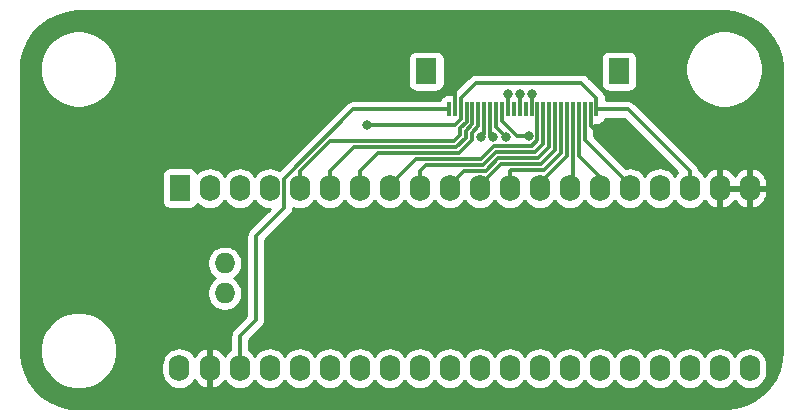
<source format=gbr>
G04 #@! TF.GenerationSoftware,KiCad,Pcbnew,5.1.5*
G04 #@! TF.CreationDate,2020-04-09T00:18:25+02:00*
G04 #@! TF.ProjectId,bluepill_control_board,626c7565-7069-46c6-9c5f-636f6e74726f,rev?*
G04 #@! TF.SameCoordinates,Original*
G04 #@! TF.FileFunction,Copper,L1,Top*
G04 #@! TF.FilePolarity,Positive*
%FSLAX46Y46*%
G04 Gerber Fmt 4.6, Leading zero omitted, Abs format (unit mm)*
G04 Created by KiCad (PCBNEW 5.1.5) date 2020-04-09 00:18:25*
%MOMM*%
%LPD*%
G04 APERTURE LIST*
%ADD10R,0.300000X1.300000*%
%ADD11R,1.800000X2.200000*%
%ADD12R,1.727200X2.250000*%
%ADD13O,1.727200X2.250000*%
%ADD14O,1.727200X1.727200*%
%ADD15C,0.800000*%
%ADD16C,0.300000*%
%ADD17C,0.254000*%
G04 APERTURE END LIST*
D10*
X215365000Y-119071000D03*
X215865000Y-119071000D03*
X216365000Y-119071000D03*
X216865000Y-119071000D03*
X217365000Y-119071000D03*
X217865000Y-119071000D03*
X218365000Y-119071000D03*
X218865000Y-119071000D03*
X219365000Y-119071000D03*
X219865000Y-119071000D03*
X220365000Y-119071000D03*
X220865000Y-119071000D03*
X221365000Y-119071000D03*
X221865000Y-119071000D03*
X222365000Y-119071000D03*
X222865000Y-119071000D03*
X223365000Y-119071000D03*
X223865000Y-119071000D03*
X224365000Y-119071000D03*
X224865000Y-119071000D03*
X225365000Y-119071000D03*
X225865000Y-119071000D03*
X226365000Y-119071000D03*
X226865000Y-119071000D03*
X227365000Y-119071000D03*
X227865000Y-119071000D03*
D11*
X229765000Y-115821000D03*
X213465000Y-115821000D03*
D12*
X192579600Y-125732400D03*
D13*
X195119600Y-125732400D03*
X197659600Y-125732400D03*
X200199600Y-125732400D03*
X202739600Y-125732400D03*
X205279600Y-125732400D03*
X207819600Y-125732400D03*
X210359600Y-125732400D03*
X212899600Y-125732400D03*
X215439600Y-125732400D03*
X217979600Y-125732400D03*
X220519600Y-125732400D03*
X223059600Y-125732400D03*
X225599600Y-125732400D03*
X228139600Y-125732400D03*
X230679600Y-125732400D03*
X233219600Y-125732400D03*
X235759600Y-125732400D03*
X238299600Y-125732400D03*
X240839600Y-125732400D03*
X240839600Y-140972400D03*
X238299600Y-140972400D03*
X235759600Y-140972400D03*
X233219600Y-140972400D03*
X230679600Y-140972400D03*
X228139600Y-140972400D03*
X225599600Y-140972400D03*
X223059600Y-140972400D03*
X220519600Y-140972400D03*
X217979600Y-140972400D03*
X215439600Y-140972400D03*
X212899600Y-140972400D03*
X210359600Y-140972400D03*
X207819600Y-140972400D03*
X205279600Y-140972400D03*
X202739600Y-140972400D03*
X200199600Y-140972400D03*
X197659600Y-140972400D03*
X195119600Y-140972400D03*
X192528800Y-140972400D03*
D14*
X196389600Y-134632400D03*
X196389600Y-132092400D03*
D15*
X215900000Y-116078000D03*
X229235000Y-122301000D03*
X208407000Y-120396000D03*
X218059000Y-121424000D03*
X219075000Y-121412000D03*
X220206669Y-121423331D03*
X222114990Y-121332169D03*
X220360997Y-117729000D03*
X221361000Y-117729000D03*
X222377000Y-117729000D03*
D16*
X201413210Y-124926670D02*
X201413210Y-127389790D01*
X215365000Y-119071000D02*
X207268880Y-119071000D01*
X207268880Y-119071000D02*
X201413210Y-124926670D01*
X201413210Y-127389790D02*
X199009000Y-129794000D01*
X199009000Y-129794000D02*
X199009000Y-136906000D01*
X197659600Y-138255400D02*
X197659600Y-140972400D01*
X199009000Y-136906000D02*
X197659600Y-138255400D01*
X215865000Y-119071000D02*
X215865000Y-116113000D01*
X215865000Y-116113000D02*
X215900000Y-116078000D01*
X227365000Y-119071000D02*
X227365000Y-120431000D01*
X227365000Y-120431000D02*
X229235000Y-122301000D01*
X216365000Y-118121000D02*
X217646000Y-116840000D01*
X216365000Y-119071000D02*
X216365000Y-118121000D01*
X227865000Y-118121000D02*
X227865000Y-119071000D01*
X226584000Y-116840000D02*
X227865000Y-118121000D01*
X217646000Y-116840000D02*
X226584000Y-116840000D01*
X228315000Y-119071000D02*
X227865000Y-119071000D01*
X230523200Y-119071000D02*
X228315000Y-119071000D01*
X235759600Y-124307400D02*
X230523200Y-119071000D01*
X235759600Y-125732400D02*
X235759600Y-124307400D01*
X216365000Y-119071000D02*
X216365000Y-119886638D01*
X216365000Y-119886638D02*
X215855638Y-120396000D01*
X215855638Y-120396000D02*
X208407000Y-120396000D01*
X216865000Y-120093758D02*
X216308979Y-120649779D01*
X216865000Y-119071000D02*
X216865000Y-120093758D01*
X216308979Y-120649779D02*
X216308979Y-121239781D01*
X202739600Y-124307400D02*
X202739600Y-125732400D01*
X202739600Y-124307400D02*
X205343950Y-121703050D01*
X202739600Y-124307400D02*
X205289660Y-121757340D01*
X215791420Y-121757340D02*
X216308979Y-121239781D01*
X205289660Y-121757340D02*
X215791420Y-121757340D01*
X217365000Y-120300878D02*
X216808989Y-120856889D01*
X217365000Y-119071000D02*
X217365000Y-120300878D01*
X216808989Y-120856889D02*
X216808989Y-121446891D01*
X215998530Y-122257350D02*
X208323650Y-122257350D01*
X216808989Y-121446891D02*
X215998530Y-122257350D01*
X205279600Y-124307400D02*
X205279600Y-125732400D01*
X207329650Y-122257350D02*
X205279600Y-124307400D01*
X208323650Y-122257350D02*
X207329650Y-122257350D01*
X207819600Y-124307400D02*
X207819600Y-125732400D01*
X217865000Y-119071000D02*
X217865000Y-120507998D01*
X217308999Y-121063999D02*
X217865000Y-120507998D01*
X217308999Y-121654001D02*
X217308999Y-121063999D01*
X216205640Y-122757360D02*
X217308999Y-121654001D01*
X207819600Y-124307400D02*
X209369640Y-122757360D01*
X209369640Y-122757360D02*
X216205640Y-122757360D01*
X218365000Y-119071000D02*
X218365000Y-121118000D01*
X218365000Y-121118000D02*
X218059000Y-121424000D01*
X218865000Y-119071000D02*
X218865000Y-121202000D01*
X218865000Y-121202000D02*
X219075000Y-121412000D01*
X219365000Y-120581662D02*
X219365000Y-119071000D01*
X220206669Y-121423331D02*
X219365000Y-120581662D01*
X221176169Y-121332169D02*
X222114990Y-121332169D01*
X219865000Y-119071000D02*
X219865000Y-120021000D01*
X219865000Y-120021000D02*
X221176169Y-121332169D01*
X220365000Y-119071000D02*
X220365000Y-117733003D01*
X220365000Y-117733003D02*
X220360997Y-117729000D01*
X221365000Y-119071000D02*
X221365000Y-117733000D01*
X221365000Y-117733000D02*
X221361000Y-117729000D01*
X222365000Y-119071000D02*
X222365000Y-117741000D01*
X222365000Y-117741000D02*
X222377000Y-117729000D01*
X222865000Y-120021000D02*
X222865000Y-119071000D01*
X222864990Y-120140990D02*
X222865000Y-120140980D01*
X210359600Y-125732400D02*
X210359600Y-125471000D01*
X222864990Y-121686010D02*
X222864990Y-120140990D01*
X222377000Y-122174000D02*
X222864990Y-121686010D01*
X210359600Y-125471000D02*
X212573230Y-123257370D01*
X218071870Y-123257370D02*
X219155240Y-122174000D01*
X222865000Y-120140980D02*
X222865000Y-120021000D01*
X212573230Y-123257370D02*
X218071870Y-123257370D01*
X219155240Y-122174000D02*
X222377000Y-122174000D01*
X223365000Y-122002880D02*
X223365000Y-119071000D01*
X222685880Y-122682000D02*
X223365000Y-122002880D01*
X212899600Y-124307400D02*
X213449620Y-123757380D01*
X212899600Y-125732400D02*
X212899600Y-124307400D01*
X213449620Y-123757380D02*
X218278980Y-123757380D01*
X218278980Y-123757380D02*
X219354360Y-122682000D01*
X219354360Y-122682000D02*
X222685880Y-122682000D01*
X222885000Y-123190000D02*
X223865000Y-122210000D01*
X215439600Y-125732400D02*
X215439600Y-125471000D01*
X215439600Y-125471000D02*
X216653210Y-124257390D01*
X216653210Y-124257390D02*
X218486090Y-124257390D01*
X218486090Y-124257390D02*
X219553480Y-123190000D01*
X223865000Y-122210000D02*
X223865000Y-119071000D01*
X219553480Y-123190000D02*
X222885000Y-123190000D01*
X217979600Y-125471000D02*
X217979600Y-125732400D01*
X223193880Y-123698000D02*
X219752600Y-123698000D01*
X219752600Y-123698000D02*
X217979600Y-125471000D01*
X224365000Y-122526880D02*
X223193880Y-123698000D01*
X224365000Y-119071000D02*
X224365000Y-122526880D01*
X224865000Y-122734000D02*
X224865000Y-119071000D01*
X223393000Y-124206000D02*
X224865000Y-122734000D01*
X220621000Y-124206000D02*
X223393000Y-124206000D01*
X220519600Y-125732400D02*
X220519600Y-124307400D01*
X220519600Y-124307400D02*
X220621000Y-124206000D01*
X223059600Y-125301400D02*
X223059600Y-125732400D01*
X225365000Y-119071000D02*
X225365000Y-122996000D01*
X225365000Y-122996000D02*
X223059600Y-125301400D01*
X225865000Y-125467000D02*
X225599600Y-125732400D01*
X225865000Y-119071000D02*
X225865000Y-125467000D01*
X226365000Y-120021000D02*
X226365000Y-119071000D01*
X226365000Y-122987000D02*
X226365000Y-120021000D01*
X228139600Y-125732400D02*
X228139600Y-124761600D01*
X228139600Y-124761600D02*
X226365000Y-122987000D01*
X226865000Y-121656400D02*
X226865000Y-120021000D01*
X226865000Y-120021000D02*
X226865000Y-119071000D01*
X230679600Y-125471000D02*
X226865000Y-121656400D01*
X230679600Y-125732400D02*
X230679600Y-125471000D01*
D17*
G36*
X239477726Y-110841605D02*
G01*
X240281784Y-111050298D01*
X241039182Y-111391481D01*
X241728270Y-111855401D01*
X242329340Y-112428793D01*
X242825207Y-113095262D01*
X243201691Y-113835751D01*
X243448028Y-114629087D01*
X243559836Y-115472663D01*
X243565001Y-115691827D01*
X243565000Y-139447048D01*
X243492395Y-140302725D01*
X243283701Y-141106786D01*
X242942520Y-141864182D01*
X242478596Y-142553273D01*
X241905207Y-143154340D01*
X241238738Y-143650207D01*
X240498247Y-144026692D01*
X239704913Y-144273028D01*
X238861338Y-144384836D01*
X238642215Y-144390000D01*
X184052952Y-144390000D01*
X183197275Y-144317395D01*
X182393214Y-144108701D01*
X181635818Y-143767520D01*
X180946727Y-143303596D01*
X180345660Y-142730207D01*
X179849793Y-142063738D01*
X179473308Y-141323247D01*
X179226972Y-140529913D01*
X179115164Y-139686338D01*
X179110000Y-139467215D01*
X179110000Y-139151456D01*
X180738000Y-139151456D01*
X180738000Y-139798544D01*
X180864240Y-140433199D01*
X181111871Y-141031031D01*
X181471374Y-141569066D01*
X181928934Y-142026626D01*
X182466969Y-142386129D01*
X183064801Y-142633760D01*
X183699456Y-142760000D01*
X184346544Y-142760000D01*
X184981199Y-142633760D01*
X185579031Y-142386129D01*
X186117066Y-142026626D01*
X186574626Y-141569066D01*
X186934129Y-141031031D01*
X187097184Y-140637381D01*
X191030200Y-140637381D01*
X191030200Y-141307418D01*
X191051884Y-141527576D01*
X191137575Y-141810063D01*
X191276731Y-142070405D01*
X191464003Y-142298597D01*
X191692194Y-142485869D01*
X191952536Y-142625025D01*
X192235023Y-142710716D01*
X192528800Y-142739651D01*
X192822576Y-142710716D01*
X193105063Y-142625025D01*
X193365405Y-142485869D01*
X193593597Y-142298597D01*
X193780869Y-142070406D01*
X193824857Y-141988111D01*
X193944117Y-142171974D01*
X194149732Y-142383273D01*
X194392619Y-142550398D01*
X194663443Y-142666927D01*
X194760574Y-142688758D01*
X194992600Y-142567617D01*
X194992600Y-141099400D01*
X194972600Y-141099400D01*
X194972600Y-140845400D01*
X194992600Y-140845400D01*
X194992600Y-139377183D01*
X194760574Y-139256042D01*
X194663443Y-139277873D01*
X194392619Y-139394402D01*
X194149732Y-139561527D01*
X193944117Y-139772826D01*
X193824857Y-139956689D01*
X193780869Y-139874394D01*
X193593597Y-139646203D01*
X193365406Y-139458931D01*
X193105064Y-139319775D01*
X192822577Y-139234084D01*
X192528800Y-139205149D01*
X192235024Y-139234084D01*
X191952537Y-139319775D01*
X191692195Y-139458931D01*
X191464003Y-139646203D01*
X191276731Y-139874394D01*
X191137575Y-140134736D01*
X191051884Y-140417223D01*
X191030200Y-140637381D01*
X187097184Y-140637381D01*
X187181760Y-140433199D01*
X187308000Y-139798544D01*
X187308000Y-139151456D01*
X187181760Y-138516801D01*
X186934129Y-137918969D01*
X186574626Y-137380934D01*
X186117066Y-136923374D01*
X185579031Y-136563871D01*
X184981199Y-136316240D01*
X184346544Y-136190000D01*
X183699456Y-136190000D01*
X183064801Y-136316240D01*
X182466969Y-136563871D01*
X181928934Y-136923374D01*
X181471374Y-137380934D01*
X181111871Y-137918969D01*
X180864240Y-138516801D01*
X180738000Y-139151456D01*
X179110000Y-139151456D01*
X179110000Y-131944801D01*
X194891000Y-131944801D01*
X194891000Y-132239999D01*
X194948590Y-132529525D01*
X195061558Y-132802253D01*
X195225561Y-133047702D01*
X195434298Y-133256439D01*
X195592881Y-133362400D01*
X195434298Y-133468361D01*
X195225561Y-133677098D01*
X195061558Y-133922547D01*
X194948590Y-134195275D01*
X194891000Y-134484801D01*
X194891000Y-134779999D01*
X194948590Y-135069525D01*
X195061558Y-135342253D01*
X195225561Y-135587702D01*
X195434298Y-135796439D01*
X195679747Y-135960442D01*
X195952475Y-136073410D01*
X196242001Y-136131000D01*
X196537199Y-136131000D01*
X196826725Y-136073410D01*
X197099453Y-135960442D01*
X197344902Y-135796439D01*
X197553639Y-135587702D01*
X197717642Y-135342253D01*
X197830610Y-135069525D01*
X197888200Y-134779999D01*
X197888200Y-134484801D01*
X197830610Y-134195275D01*
X197717642Y-133922547D01*
X197553639Y-133677098D01*
X197344902Y-133468361D01*
X197186319Y-133362400D01*
X197344902Y-133256439D01*
X197553639Y-133047702D01*
X197717642Y-132802253D01*
X197830610Y-132529525D01*
X197888200Y-132239999D01*
X197888200Y-131944801D01*
X197830610Y-131655275D01*
X197717642Y-131382547D01*
X197553639Y-131137098D01*
X197344902Y-130928361D01*
X197099453Y-130764358D01*
X196826725Y-130651390D01*
X196537199Y-130593800D01*
X196242001Y-130593800D01*
X195952475Y-130651390D01*
X195679747Y-130764358D01*
X195434298Y-130928361D01*
X195225561Y-131137098D01*
X195061558Y-131382547D01*
X194948590Y-131655275D01*
X194891000Y-131944801D01*
X179110000Y-131944801D01*
X179110000Y-124607400D01*
X191077928Y-124607400D01*
X191077928Y-126857400D01*
X191090188Y-126981882D01*
X191126498Y-127101580D01*
X191185463Y-127211894D01*
X191264815Y-127308585D01*
X191361506Y-127387937D01*
X191471820Y-127446902D01*
X191591518Y-127483212D01*
X191716000Y-127495472D01*
X193443200Y-127495472D01*
X193567682Y-127483212D01*
X193687380Y-127446902D01*
X193797694Y-127387937D01*
X193894385Y-127308585D01*
X193973737Y-127211894D01*
X194032702Y-127101580D01*
X194048186Y-127050535D01*
X194054803Y-127058597D01*
X194282995Y-127245869D01*
X194543337Y-127385025D01*
X194825824Y-127470716D01*
X195119600Y-127499651D01*
X195413377Y-127470716D01*
X195695864Y-127385025D01*
X195956206Y-127245869D01*
X196184397Y-127058597D01*
X196371669Y-126830406D01*
X196389600Y-126796860D01*
X196407531Y-126830406D01*
X196594803Y-127058597D01*
X196822995Y-127245869D01*
X197083337Y-127385025D01*
X197365824Y-127470716D01*
X197659600Y-127499651D01*
X197953377Y-127470716D01*
X198235864Y-127385025D01*
X198496206Y-127245869D01*
X198724397Y-127058597D01*
X198911669Y-126830406D01*
X198929600Y-126796860D01*
X198947531Y-126830406D01*
X199134803Y-127058597D01*
X199362995Y-127245869D01*
X199623337Y-127385025D01*
X199905824Y-127470716D01*
X200193766Y-127499076D01*
X198481190Y-129211653D01*
X198451236Y-129236236D01*
X198353138Y-129355768D01*
X198280246Y-129492141D01*
X198235359Y-129640114D01*
X198224000Y-129755440D01*
X198224000Y-129755447D01*
X198220203Y-129794000D01*
X198224000Y-129832553D01*
X198224001Y-136580842D01*
X197131790Y-137673053D01*
X197101836Y-137697636D01*
X197003738Y-137817168D01*
X196930846Y-137953541D01*
X196885959Y-138101514D01*
X196874600Y-138216840D01*
X196874600Y-138216847D01*
X196870803Y-138255400D01*
X196874600Y-138293953D01*
X196874600Y-139431347D01*
X196822995Y-139458931D01*
X196594803Y-139646203D01*
X196407531Y-139874394D01*
X196386493Y-139913753D01*
X196295083Y-139772826D01*
X196089468Y-139561527D01*
X195846581Y-139394402D01*
X195575757Y-139277873D01*
X195478626Y-139256042D01*
X195246600Y-139377183D01*
X195246600Y-140845400D01*
X195266600Y-140845400D01*
X195266600Y-141099400D01*
X195246600Y-141099400D01*
X195246600Y-142567617D01*
X195478626Y-142688758D01*
X195575757Y-142666927D01*
X195846581Y-142550398D01*
X196089468Y-142383273D01*
X196295083Y-142171974D01*
X196386494Y-142031047D01*
X196407531Y-142070405D01*
X196594803Y-142298597D01*
X196822994Y-142485869D01*
X197083336Y-142625025D01*
X197365823Y-142710716D01*
X197659600Y-142739651D01*
X197953376Y-142710716D01*
X198235863Y-142625025D01*
X198496205Y-142485869D01*
X198724397Y-142298597D01*
X198911669Y-142070406D01*
X198929600Y-142036859D01*
X198947531Y-142070405D01*
X199134803Y-142298597D01*
X199362994Y-142485869D01*
X199623336Y-142625025D01*
X199905823Y-142710716D01*
X200199600Y-142739651D01*
X200493376Y-142710716D01*
X200775863Y-142625025D01*
X201036205Y-142485869D01*
X201264397Y-142298597D01*
X201451669Y-142070406D01*
X201469600Y-142036859D01*
X201487531Y-142070405D01*
X201674803Y-142298597D01*
X201902994Y-142485869D01*
X202163336Y-142625025D01*
X202445823Y-142710716D01*
X202739600Y-142739651D01*
X203033376Y-142710716D01*
X203315863Y-142625025D01*
X203576205Y-142485869D01*
X203804397Y-142298597D01*
X203991669Y-142070406D01*
X204009600Y-142036859D01*
X204027531Y-142070405D01*
X204214803Y-142298597D01*
X204442994Y-142485869D01*
X204703336Y-142625025D01*
X204985823Y-142710716D01*
X205279600Y-142739651D01*
X205573376Y-142710716D01*
X205855863Y-142625025D01*
X206116205Y-142485869D01*
X206344397Y-142298597D01*
X206531669Y-142070406D01*
X206549600Y-142036859D01*
X206567531Y-142070405D01*
X206754803Y-142298597D01*
X206982994Y-142485869D01*
X207243336Y-142625025D01*
X207525823Y-142710716D01*
X207819600Y-142739651D01*
X208113376Y-142710716D01*
X208395863Y-142625025D01*
X208656205Y-142485869D01*
X208884397Y-142298597D01*
X209071669Y-142070406D01*
X209089600Y-142036859D01*
X209107531Y-142070405D01*
X209294803Y-142298597D01*
X209522994Y-142485869D01*
X209783336Y-142625025D01*
X210065823Y-142710716D01*
X210359600Y-142739651D01*
X210653376Y-142710716D01*
X210935863Y-142625025D01*
X211196205Y-142485869D01*
X211424397Y-142298597D01*
X211611669Y-142070406D01*
X211629600Y-142036859D01*
X211647531Y-142070405D01*
X211834803Y-142298597D01*
X212062994Y-142485869D01*
X212323336Y-142625025D01*
X212605823Y-142710716D01*
X212899600Y-142739651D01*
X213193376Y-142710716D01*
X213475863Y-142625025D01*
X213736205Y-142485869D01*
X213964397Y-142298597D01*
X214151669Y-142070406D01*
X214169600Y-142036859D01*
X214187531Y-142070405D01*
X214374803Y-142298597D01*
X214602994Y-142485869D01*
X214863336Y-142625025D01*
X215145823Y-142710716D01*
X215439600Y-142739651D01*
X215733376Y-142710716D01*
X216015863Y-142625025D01*
X216276205Y-142485869D01*
X216504397Y-142298597D01*
X216691669Y-142070406D01*
X216709600Y-142036859D01*
X216727531Y-142070405D01*
X216914803Y-142298597D01*
X217142994Y-142485869D01*
X217403336Y-142625025D01*
X217685823Y-142710716D01*
X217979600Y-142739651D01*
X218273376Y-142710716D01*
X218555863Y-142625025D01*
X218816205Y-142485869D01*
X219044397Y-142298597D01*
X219231669Y-142070406D01*
X219249600Y-142036859D01*
X219267531Y-142070405D01*
X219454803Y-142298597D01*
X219682994Y-142485869D01*
X219943336Y-142625025D01*
X220225823Y-142710716D01*
X220519600Y-142739651D01*
X220813376Y-142710716D01*
X221095863Y-142625025D01*
X221356205Y-142485869D01*
X221584397Y-142298597D01*
X221771669Y-142070406D01*
X221789600Y-142036859D01*
X221807531Y-142070405D01*
X221994803Y-142298597D01*
X222222994Y-142485869D01*
X222483336Y-142625025D01*
X222765823Y-142710716D01*
X223059600Y-142739651D01*
X223353376Y-142710716D01*
X223635863Y-142625025D01*
X223896205Y-142485869D01*
X224124397Y-142298597D01*
X224311669Y-142070406D01*
X224329600Y-142036859D01*
X224347531Y-142070405D01*
X224534803Y-142298597D01*
X224762994Y-142485869D01*
X225023336Y-142625025D01*
X225305823Y-142710716D01*
X225599600Y-142739651D01*
X225893376Y-142710716D01*
X226175863Y-142625025D01*
X226436205Y-142485869D01*
X226664397Y-142298597D01*
X226851669Y-142070406D01*
X226869600Y-142036859D01*
X226887531Y-142070405D01*
X227074803Y-142298597D01*
X227302994Y-142485869D01*
X227563336Y-142625025D01*
X227845823Y-142710716D01*
X228139600Y-142739651D01*
X228433376Y-142710716D01*
X228715863Y-142625025D01*
X228976205Y-142485869D01*
X229204397Y-142298597D01*
X229391669Y-142070406D01*
X229409600Y-142036859D01*
X229427531Y-142070405D01*
X229614803Y-142298597D01*
X229842994Y-142485869D01*
X230103336Y-142625025D01*
X230385823Y-142710716D01*
X230679600Y-142739651D01*
X230973376Y-142710716D01*
X231255863Y-142625025D01*
X231516205Y-142485869D01*
X231744397Y-142298597D01*
X231931669Y-142070406D01*
X231949600Y-142036859D01*
X231967531Y-142070405D01*
X232154803Y-142298597D01*
X232382994Y-142485869D01*
X232643336Y-142625025D01*
X232925823Y-142710716D01*
X233219600Y-142739651D01*
X233513376Y-142710716D01*
X233795863Y-142625025D01*
X234056205Y-142485869D01*
X234284397Y-142298597D01*
X234471669Y-142070406D01*
X234489600Y-142036859D01*
X234507531Y-142070405D01*
X234694803Y-142298597D01*
X234922994Y-142485869D01*
X235183336Y-142625025D01*
X235465823Y-142710716D01*
X235759600Y-142739651D01*
X236053376Y-142710716D01*
X236335863Y-142625025D01*
X236596205Y-142485869D01*
X236824397Y-142298597D01*
X237011669Y-142070406D01*
X237029600Y-142036859D01*
X237047531Y-142070405D01*
X237234803Y-142298597D01*
X237462994Y-142485869D01*
X237723336Y-142625025D01*
X238005823Y-142710716D01*
X238299600Y-142739651D01*
X238593376Y-142710716D01*
X238875863Y-142625025D01*
X239136205Y-142485869D01*
X239364397Y-142298597D01*
X239551669Y-142070406D01*
X239569600Y-142036859D01*
X239587531Y-142070405D01*
X239774803Y-142298597D01*
X240002994Y-142485869D01*
X240263336Y-142625025D01*
X240545823Y-142710716D01*
X240839600Y-142739651D01*
X241133376Y-142710716D01*
X241415863Y-142625025D01*
X241676205Y-142485869D01*
X241904397Y-142298597D01*
X242091669Y-142070406D01*
X242230825Y-141810064D01*
X242316516Y-141527577D01*
X242338200Y-141307419D01*
X242338200Y-140637382D01*
X242316516Y-140417224D01*
X242230825Y-140134736D01*
X242091669Y-139874394D01*
X241904397Y-139646203D01*
X241676206Y-139458931D01*
X241415864Y-139319775D01*
X241133377Y-139234084D01*
X240839600Y-139205149D01*
X240545824Y-139234084D01*
X240263337Y-139319775D01*
X240002995Y-139458931D01*
X239774803Y-139646203D01*
X239587531Y-139874394D01*
X239569600Y-139907940D01*
X239551669Y-139874394D01*
X239364397Y-139646203D01*
X239136206Y-139458931D01*
X238875864Y-139319775D01*
X238593377Y-139234084D01*
X238299600Y-139205149D01*
X238005824Y-139234084D01*
X237723337Y-139319775D01*
X237462995Y-139458931D01*
X237234803Y-139646203D01*
X237047531Y-139874394D01*
X237029600Y-139907940D01*
X237011669Y-139874394D01*
X236824397Y-139646203D01*
X236596206Y-139458931D01*
X236335864Y-139319775D01*
X236053377Y-139234084D01*
X235759600Y-139205149D01*
X235465824Y-139234084D01*
X235183337Y-139319775D01*
X234922995Y-139458931D01*
X234694803Y-139646203D01*
X234507531Y-139874394D01*
X234489600Y-139907940D01*
X234471669Y-139874394D01*
X234284397Y-139646203D01*
X234056206Y-139458931D01*
X233795864Y-139319775D01*
X233513377Y-139234084D01*
X233219600Y-139205149D01*
X232925824Y-139234084D01*
X232643337Y-139319775D01*
X232382995Y-139458931D01*
X232154803Y-139646203D01*
X231967531Y-139874394D01*
X231949600Y-139907940D01*
X231931669Y-139874394D01*
X231744397Y-139646203D01*
X231516206Y-139458931D01*
X231255864Y-139319775D01*
X230973377Y-139234084D01*
X230679600Y-139205149D01*
X230385824Y-139234084D01*
X230103337Y-139319775D01*
X229842995Y-139458931D01*
X229614803Y-139646203D01*
X229427531Y-139874394D01*
X229409600Y-139907940D01*
X229391669Y-139874394D01*
X229204397Y-139646203D01*
X228976206Y-139458931D01*
X228715864Y-139319775D01*
X228433377Y-139234084D01*
X228139600Y-139205149D01*
X227845824Y-139234084D01*
X227563337Y-139319775D01*
X227302995Y-139458931D01*
X227074803Y-139646203D01*
X226887531Y-139874394D01*
X226869600Y-139907940D01*
X226851669Y-139874394D01*
X226664397Y-139646203D01*
X226436206Y-139458931D01*
X226175864Y-139319775D01*
X225893377Y-139234084D01*
X225599600Y-139205149D01*
X225305824Y-139234084D01*
X225023337Y-139319775D01*
X224762995Y-139458931D01*
X224534803Y-139646203D01*
X224347531Y-139874394D01*
X224329600Y-139907940D01*
X224311669Y-139874394D01*
X224124397Y-139646203D01*
X223896206Y-139458931D01*
X223635864Y-139319775D01*
X223353377Y-139234084D01*
X223059600Y-139205149D01*
X222765824Y-139234084D01*
X222483337Y-139319775D01*
X222222995Y-139458931D01*
X221994803Y-139646203D01*
X221807531Y-139874394D01*
X221789600Y-139907940D01*
X221771669Y-139874394D01*
X221584397Y-139646203D01*
X221356206Y-139458931D01*
X221095864Y-139319775D01*
X220813377Y-139234084D01*
X220519600Y-139205149D01*
X220225824Y-139234084D01*
X219943337Y-139319775D01*
X219682995Y-139458931D01*
X219454803Y-139646203D01*
X219267531Y-139874394D01*
X219249600Y-139907940D01*
X219231669Y-139874394D01*
X219044397Y-139646203D01*
X218816206Y-139458931D01*
X218555864Y-139319775D01*
X218273377Y-139234084D01*
X217979600Y-139205149D01*
X217685824Y-139234084D01*
X217403337Y-139319775D01*
X217142995Y-139458931D01*
X216914803Y-139646203D01*
X216727531Y-139874394D01*
X216709600Y-139907940D01*
X216691669Y-139874394D01*
X216504397Y-139646203D01*
X216276206Y-139458931D01*
X216015864Y-139319775D01*
X215733377Y-139234084D01*
X215439600Y-139205149D01*
X215145824Y-139234084D01*
X214863337Y-139319775D01*
X214602995Y-139458931D01*
X214374803Y-139646203D01*
X214187531Y-139874394D01*
X214169600Y-139907940D01*
X214151669Y-139874394D01*
X213964397Y-139646203D01*
X213736206Y-139458931D01*
X213475864Y-139319775D01*
X213193377Y-139234084D01*
X212899600Y-139205149D01*
X212605824Y-139234084D01*
X212323337Y-139319775D01*
X212062995Y-139458931D01*
X211834803Y-139646203D01*
X211647531Y-139874394D01*
X211629600Y-139907940D01*
X211611669Y-139874394D01*
X211424397Y-139646203D01*
X211196206Y-139458931D01*
X210935864Y-139319775D01*
X210653377Y-139234084D01*
X210359600Y-139205149D01*
X210065824Y-139234084D01*
X209783337Y-139319775D01*
X209522995Y-139458931D01*
X209294803Y-139646203D01*
X209107531Y-139874394D01*
X209089600Y-139907940D01*
X209071669Y-139874394D01*
X208884397Y-139646203D01*
X208656206Y-139458931D01*
X208395864Y-139319775D01*
X208113377Y-139234084D01*
X207819600Y-139205149D01*
X207525824Y-139234084D01*
X207243337Y-139319775D01*
X206982995Y-139458931D01*
X206754803Y-139646203D01*
X206567531Y-139874394D01*
X206549600Y-139907940D01*
X206531669Y-139874394D01*
X206344397Y-139646203D01*
X206116206Y-139458931D01*
X205855864Y-139319775D01*
X205573377Y-139234084D01*
X205279600Y-139205149D01*
X204985824Y-139234084D01*
X204703337Y-139319775D01*
X204442995Y-139458931D01*
X204214803Y-139646203D01*
X204027531Y-139874394D01*
X204009600Y-139907940D01*
X203991669Y-139874394D01*
X203804397Y-139646203D01*
X203576206Y-139458931D01*
X203315864Y-139319775D01*
X203033377Y-139234084D01*
X202739600Y-139205149D01*
X202445824Y-139234084D01*
X202163337Y-139319775D01*
X201902995Y-139458931D01*
X201674803Y-139646203D01*
X201487531Y-139874394D01*
X201469600Y-139907940D01*
X201451669Y-139874394D01*
X201264397Y-139646203D01*
X201036206Y-139458931D01*
X200775864Y-139319775D01*
X200493377Y-139234084D01*
X200199600Y-139205149D01*
X199905824Y-139234084D01*
X199623337Y-139319775D01*
X199362995Y-139458931D01*
X199134803Y-139646203D01*
X198947531Y-139874394D01*
X198929600Y-139907940D01*
X198911669Y-139874394D01*
X198724397Y-139646203D01*
X198496206Y-139458931D01*
X198444600Y-139431347D01*
X198444600Y-138580557D01*
X199536810Y-137488347D01*
X199566764Y-137463764D01*
X199664862Y-137344233D01*
X199737754Y-137207860D01*
X199782642Y-137059887D01*
X199790020Y-136984974D01*
X199794000Y-136944561D01*
X199794000Y-136944556D01*
X199797797Y-136906000D01*
X199794000Y-136867444D01*
X199794000Y-130119157D01*
X201941026Y-127972132D01*
X201970974Y-127947554D01*
X202069072Y-127828023D01*
X202141964Y-127691650D01*
X202186851Y-127543677D01*
X202198210Y-127428351D01*
X202198210Y-127428344D01*
X202201341Y-127396553D01*
X202445824Y-127470716D01*
X202739600Y-127499651D01*
X203033377Y-127470716D01*
X203315864Y-127385025D01*
X203576206Y-127245869D01*
X203804397Y-127058597D01*
X203991669Y-126830406D01*
X204009600Y-126796860D01*
X204027531Y-126830406D01*
X204214803Y-127058597D01*
X204442995Y-127245869D01*
X204703337Y-127385025D01*
X204985824Y-127470716D01*
X205279600Y-127499651D01*
X205573377Y-127470716D01*
X205855864Y-127385025D01*
X206116206Y-127245869D01*
X206344397Y-127058597D01*
X206531669Y-126830406D01*
X206549600Y-126796860D01*
X206567531Y-126830406D01*
X206754803Y-127058597D01*
X206982995Y-127245869D01*
X207243337Y-127385025D01*
X207525824Y-127470716D01*
X207819600Y-127499651D01*
X208113377Y-127470716D01*
X208395864Y-127385025D01*
X208656206Y-127245869D01*
X208884397Y-127058597D01*
X209071669Y-126830406D01*
X209089600Y-126796860D01*
X209107531Y-126830406D01*
X209294803Y-127058597D01*
X209522995Y-127245869D01*
X209783337Y-127385025D01*
X210065824Y-127470716D01*
X210359600Y-127499651D01*
X210653377Y-127470716D01*
X210935864Y-127385025D01*
X211196206Y-127245869D01*
X211424397Y-127058597D01*
X211611669Y-126830406D01*
X211629600Y-126796860D01*
X211647531Y-126830406D01*
X211834803Y-127058597D01*
X212062995Y-127245869D01*
X212323337Y-127385025D01*
X212605824Y-127470716D01*
X212899600Y-127499651D01*
X213193377Y-127470716D01*
X213475864Y-127385025D01*
X213736206Y-127245869D01*
X213964397Y-127058597D01*
X214151669Y-126830406D01*
X214169600Y-126796860D01*
X214187531Y-126830406D01*
X214374803Y-127058597D01*
X214602995Y-127245869D01*
X214863337Y-127385025D01*
X215145824Y-127470716D01*
X215439600Y-127499651D01*
X215733377Y-127470716D01*
X216015864Y-127385025D01*
X216276206Y-127245869D01*
X216504397Y-127058597D01*
X216691669Y-126830406D01*
X216709600Y-126796860D01*
X216727531Y-126830406D01*
X216914803Y-127058597D01*
X217142995Y-127245869D01*
X217403337Y-127385025D01*
X217685824Y-127470716D01*
X217979600Y-127499651D01*
X218273377Y-127470716D01*
X218555864Y-127385025D01*
X218816206Y-127245869D01*
X219044397Y-127058597D01*
X219231669Y-126830406D01*
X219249600Y-126796860D01*
X219267531Y-126830406D01*
X219454803Y-127058597D01*
X219682995Y-127245869D01*
X219943337Y-127385025D01*
X220225824Y-127470716D01*
X220519600Y-127499651D01*
X220813377Y-127470716D01*
X221095864Y-127385025D01*
X221356206Y-127245869D01*
X221584397Y-127058597D01*
X221771669Y-126830406D01*
X221789600Y-126796860D01*
X221807531Y-126830406D01*
X221994803Y-127058597D01*
X222222995Y-127245869D01*
X222483337Y-127385025D01*
X222765824Y-127470716D01*
X223059600Y-127499651D01*
X223353377Y-127470716D01*
X223635864Y-127385025D01*
X223896206Y-127245869D01*
X224124397Y-127058597D01*
X224311669Y-126830406D01*
X224329600Y-126796860D01*
X224347531Y-126830406D01*
X224534803Y-127058597D01*
X224762995Y-127245869D01*
X225023337Y-127385025D01*
X225305824Y-127470716D01*
X225599600Y-127499651D01*
X225893377Y-127470716D01*
X226175864Y-127385025D01*
X226436206Y-127245869D01*
X226664397Y-127058597D01*
X226851669Y-126830406D01*
X226869600Y-126796860D01*
X226887531Y-126830406D01*
X227074803Y-127058597D01*
X227302995Y-127245869D01*
X227563337Y-127385025D01*
X227845824Y-127470716D01*
X228139600Y-127499651D01*
X228433377Y-127470716D01*
X228715864Y-127385025D01*
X228976206Y-127245869D01*
X229204397Y-127058597D01*
X229391669Y-126830406D01*
X229409600Y-126796860D01*
X229427531Y-126830406D01*
X229614803Y-127058597D01*
X229842995Y-127245869D01*
X230103337Y-127385025D01*
X230385824Y-127470716D01*
X230679600Y-127499651D01*
X230973377Y-127470716D01*
X231255864Y-127385025D01*
X231516206Y-127245869D01*
X231744397Y-127058597D01*
X231931669Y-126830406D01*
X231949600Y-126796860D01*
X231967531Y-126830406D01*
X232154803Y-127058597D01*
X232382995Y-127245869D01*
X232643337Y-127385025D01*
X232925824Y-127470716D01*
X233219600Y-127499651D01*
X233513377Y-127470716D01*
X233795864Y-127385025D01*
X234056206Y-127245869D01*
X234284397Y-127058597D01*
X234471669Y-126830406D01*
X234489600Y-126796860D01*
X234507531Y-126830406D01*
X234694803Y-127058597D01*
X234922995Y-127245869D01*
X235183337Y-127385025D01*
X235465824Y-127470716D01*
X235759600Y-127499651D01*
X236053377Y-127470716D01*
X236335864Y-127385025D01*
X236596206Y-127245869D01*
X236824397Y-127058597D01*
X237011669Y-126830406D01*
X237032707Y-126791047D01*
X237124117Y-126931974D01*
X237329732Y-127143273D01*
X237572619Y-127310398D01*
X237843443Y-127426927D01*
X237940574Y-127448758D01*
X238172600Y-127327617D01*
X238172600Y-125859400D01*
X238426600Y-125859400D01*
X238426600Y-127327617D01*
X238658626Y-127448758D01*
X238755757Y-127426927D01*
X239026581Y-127310398D01*
X239269468Y-127143273D01*
X239475083Y-126931974D01*
X239569600Y-126786258D01*
X239664117Y-126931974D01*
X239869732Y-127143273D01*
X240112619Y-127310398D01*
X240383443Y-127426927D01*
X240480574Y-127448758D01*
X240712600Y-127327617D01*
X240712600Y-125859400D01*
X240966600Y-125859400D01*
X240966600Y-127327617D01*
X241198626Y-127448758D01*
X241295757Y-127426927D01*
X241566581Y-127310398D01*
X241809468Y-127143273D01*
X242015083Y-126931974D01*
X242175525Y-126684622D01*
X242284628Y-126410722D01*
X242338200Y-126120800D01*
X242338200Y-125859400D01*
X240966600Y-125859400D01*
X240712600Y-125859400D01*
X238426600Y-125859400D01*
X238172600Y-125859400D01*
X238152600Y-125859400D01*
X238152600Y-125605400D01*
X238172600Y-125605400D01*
X238172600Y-124137183D01*
X238426600Y-124137183D01*
X238426600Y-125605400D01*
X240712600Y-125605400D01*
X240712600Y-124137183D01*
X240966600Y-124137183D01*
X240966600Y-125605400D01*
X242338200Y-125605400D01*
X242338200Y-125344000D01*
X242284628Y-125054078D01*
X242175525Y-124780178D01*
X242015083Y-124532826D01*
X241809468Y-124321527D01*
X241566581Y-124154402D01*
X241295757Y-124037873D01*
X241198626Y-124016042D01*
X240966600Y-124137183D01*
X240712600Y-124137183D01*
X240480574Y-124016042D01*
X240383443Y-124037873D01*
X240112619Y-124154402D01*
X239869732Y-124321527D01*
X239664117Y-124532826D01*
X239569600Y-124678542D01*
X239475083Y-124532826D01*
X239269468Y-124321527D01*
X239026581Y-124154402D01*
X238755757Y-124037873D01*
X238658626Y-124016042D01*
X238426600Y-124137183D01*
X238172600Y-124137183D01*
X237940574Y-124016042D01*
X237843443Y-124037873D01*
X237572619Y-124154402D01*
X237329732Y-124321527D01*
X237124117Y-124532826D01*
X237032707Y-124673753D01*
X237011669Y-124634394D01*
X236824397Y-124406203D01*
X236596205Y-124218931D01*
X236536544Y-124187041D01*
X236533242Y-124153513D01*
X236488354Y-124005540D01*
X236477976Y-123986124D01*
X236415462Y-123869167D01*
X236366050Y-123808959D01*
X236341945Y-123779587D01*
X236341942Y-123779584D01*
X236317364Y-123749636D01*
X236287416Y-123725058D01*
X231105547Y-118543190D01*
X231080964Y-118513236D01*
X230961433Y-118415138D01*
X230825060Y-118342246D01*
X230677087Y-118297359D01*
X230561761Y-118286000D01*
X230561753Y-118286000D01*
X230523200Y-118282203D01*
X230484647Y-118286000D01*
X228650000Y-118286000D01*
X228650000Y-118159556D01*
X228653797Y-118121000D01*
X228650000Y-118082440D01*
X228650000Y-118082439D01*
X228645314Y-118034859D01*
X228638642Y-117967113D01*
X228593754Y-117819140D01*
X228582088Y-117797315D01*
X228520862Y-117682767D01*
X228422764Y-117563236D01*
X228392811Y-117538654D01*
X227166347Y-116312190D01*
X227141764Y-116282236D01*
X227022233Y-116184138D01*
X226885860Y-116111246D01*
X226737887Y-116066359D01*
X226622561Y-116055000D01*
X226622553Y-116055000D01*
X226584000Y-116051203D01*
X226545447Y-116055000D01*
X217684556Y-116055000D01*
X217646000Y-116051203D01*
X217607444Y-116055000D01*
X217607439Y-116055000D01*
X217567026Y-116058980D01*
X217492113Y-116066358D01*
X217349688Y-116109563D01*
X217344140Y-116111246D01*
X217207767Y-116184138D01*
X217088236Y-116282236D01*
X217063653Y-116312190D01*
X215837185Y-117538658D01*
X215807237Y-117563236D01*
X215782659Y-117593184D01*
X215782655Y-117593188D01*
X215765870Y-117613641D01*
X215709139Y-117682767D01*
X215684427Y-117729000D01*
X215652133Y-117789419D01*
X215618465Y-117793118D01*
X215515000Y-117782928D01*
X215215000Y-117782928D01*
X215090518Y-117795188D01*
X214970820Y-117831498D01*
X214860506Y-117890463D01*
X214763815Y-117969815D01*
X214684463Y-118066506D01*
X214625498Y-118176820D01*
X214592379Y-118286000D01*
X207307435Y-118286000D01*
X207268880Y-118282203D01*
X207230324Y-118286000D01*
X207230319Y-118286000D01*
X207189906Y-118289980D01*
X207114993Y-118297358D01*
X206967020Y-118342246D01*
X206830647Y-118415138D01*
X206773846Y-118461754D01*
X206741067Y-118488655D01*
X206741064Y-118488658D01*
X206711116Y-118513236D01*
X206686538Y-118543184D01*
X201019644Y-124210079D01*
X200775863Y-124079775D01*
X200493376Y-123994084D01*
X200199600Y-123965149D01*
X199905823Y-123994084D01*
X199623336Y-124079775D01*
X199362994Y-124218931D01*
X199134803Y-124406203D01*
X198947531Y-124634395D01*
X198929600Y-124667941D01*
X198911669Y-124634394D01*
X198724397Y-124406203D01*
X198496205Y-124218931D01*
X198235863Y-124079775D01*
X197953376Y-123994084D01*
X197659600Y-123965149D01*
X197365823Y-123994084D01*
X197083336Y-124079775D01*
X196822994Y-124218931D01*
X196594803Y-124406203D01*
X196407531Y-124634395D01*
X196389600Y-124667941D01*
X196371669Y-124634394D01*
X196184397Y-124406203D01*
X195956205Y-124218931D01*
X195695863Y-124079775D01*
X195413376Y-123994084D01*
X195119600Y-123965149D01*
X194825823Y-123994084D01*
X194543336Y-124079775D01*
X194282994Y-124218931D01*
X194054803Y-124406203D01*
X194048186Y-124414265D01*
X194032702Y-124363220D01*
X193973737Y-124252906D01*
X193894385Y-124156215D01*
X193797694Y-124076863D01*
X193687380Y-124017898D01*
X193567682Y-123981588D01*
X193443200Y-123969328D01*
X191716000Y-123969328D01*
X191591518Y-123981588D01*
X191471820Y-124017898D01*
X191361506Y-124076863D01*
X191264815Y-124156215D01*
X191185463Y-124252906D01*
X191126498Y-124363220D01*
X191090188Y-124482918D01*
X191077928Y-124607400D01*
X179110000Y-124607400D01*
X179110000Y-115711952D01*
X179142709Y-115326456D01*
X180715000Y-115326456D01*
X180715000Y-115973544D01*
X180841240Y-116608199D01*
X181088871Y-117206031D01*
X181448374Y-117744066D01*
X181905934Y-118201626D01*
X182443969Y-118561129D01*
X183041801Y-118808760D01*
X183676456Y-118935000D01*
X184323544Y-118935000D01*
X184958199Y-118808760D01*
X185556031Y-118561129D01*
X186094066Y-118201626D01*
X186551626Y-117744066D01*
X186911129Y-117206031D01*
X187158760Y-116608199D01*
X187285000Y-115973544D01*
X187285000Y-115326456D01*
X187164569Y-114721000D01*
X211926928Y-114721000D01*
X211926928Y-116921000D01*
X211939188Y-117045482D01*
X211975498Y-117165180D01*
X212034463Y-117275494D01*
X212113815Y-117372185D01*
X212210506Y-117451537D01*
X212320820Y-117510502D01*
X212440518Y-117546812D01*
X212565000Y-117559072D01*
X214365000Y-117559072D01*
X214489482Y-117546812D01*
X214609180Y-117510502D01*
X214719494Y-117451537D01*
X214816185Y-117372185D01*
X214895537Y-117275494D01*
X214954502Y-117165180D01*
X214990812Y-117045482D01*
X215003072Y-116921000D01*
X215003072Y-114721000D01*
X228226928Y-114721000D01*
X228226928Y-116921000D01*
X228239188Y-117045482D01*
X228275498Y-117165180D01*
X228334463Y-117275494D01*
X228413815Y-117372185D01*
X228510506Y-117451537D01*
X228620820Y-117510502D01*
X228740518Y-117546812D01*
X228865000Y-117559072D01*
X230665000Y-117559072D01*
X230789482Y-117546812D01*
X230909180Y-117510502D01*
X231019494Y-117451537D01*
X231116185Y-117372185D01*
X231195537Y-117275494D01*
X231254502Y-117165180D01*
X231290812Y-117045482D01*
X231303072Y-116921000D01*
X231303072Y-115326456D01*
X235390000Y-115326456D01*
X235390000Y-115973544D01*
X235516240Y-116608199D01*
X235763871Y-117206031D01*
X236123374Y-117744066D01*
X236580934Y-118201626D01*
X237118969Y-118561129D01*
X237716801Y-118808760D01*
X238351456Y-118935000D01*
X238998544Y-118935000D01*
X239633199Y-118808760D01*
X240231031Y-118561129D01*
X240769066Y-118201626D01*
X241226626Y-117744066D01*
X241586129Y-117206031D01*
X241833760Y-116608199D01*
X241960000Y-115973544D01*
X241960000Y-115326456D01*
X241833760Y-114691801D01*
X241586129Y-114093969D01*
X241226626Y-113555934D01*
X240769066Y-113098374D01*
X240231031Y-112738871D01*
X239633199Y-112491240D01*
X238998544Y-112365000D01*
X238351456Y-112365000D01*
X237716801Y-112491240D01*
X237118969Y-112738871D01*
X236580934Y-113098374D01*
X236123374Y-113555934D01*
X235763871Y-114093969D01*
X235516240Y-114691801D01*
X235390000Y-115326456D01*
X231303072Y-115326456D01*
X231303072Y-114721000D01*
X231290812Y-114596518D01*
X231254502Y-114476820D01*
X231195537Y-114366506D01*
X231116185Y-114269815D01*
X231019494Y-114190463D01*
X230909180Y-114131498D01*
X230789482Y-114095188D01*
X230665000Y-114082928D01*
X228865000Y-114082928D01*
X228740518Y-114095188D01*
X228620820Y-114131498D01*
X228510506Y-114190463D01*
X228413815Y-114269815D01*
X228334463Y-114366506D01*
X228275498Y-114476820D01*
X228239188Y-114596518D01*
X228226928Y-114721000D01*
X215003072Y-114721000D01*
X214990812Y-114596518D01*
X214954502Y-114476820D01*
X214895537Y-114366506D01*
X214816185Y-114269815D01*
X214719494Y-114190463D01*
X214609180Y-114131498D01*
X214489482Y-114095188D01*
X214365000Y-114082928D01*
X212565000Y-114082928D01*
X212440518Y-114095188D01*
X212320820Y-114131498D01*
X212210506Y-114190463D01*
X212113815Y-114269815D01*
X212034463Y-114366506D01*
X211975498Y-114476820D01*
X211939188Y-114596518D01*
X211926928Y-114721000D01*
X187164569Y-114721000D01*
X187158760Y-114691801D01*
X186911129Y-114093969D01*
X186551626Y-113555934D01*
X186094066Y-113098374D01*
X185556031Y-112738871D01*
X184958199Y-112491240D01*
X184323544Y-112365000D01*
X183676456Y-112365000D01*
X183041801Y-112491240D01*
X182443969Y-112738871D01*
X181905934Y-113098374D01*
X181448374Y-113555934D01*
X181088871Y-114093969D01*
X180841240Y-114691801D01*
X180715000Y-115326456D01*
X179142709Y-115326456D01*
X179182605Y-114856274D01*
X179391298Y-114052216D01*
X179732481Y-113294818D01*
X180196401Y-112605730D01*
X180769793Y-112004660D01*
X181436262Y-111508793D01*
X182176751Y-111132309D01*
X182970087Y-110885972D01*
X183813663Y-110774164D01*
X184032785Y-110769000D01*
X238622048Y-110769000D01*
X239477726Y-110841605D01*
G37*
X239477726Y-110841605D02*
X240281784Y-111050298D01*
X241039182Y-111391481D01*
X241728270Y-111855401D01*
X242329340Y-112428793D01*
X242825207Y-113095262D01*
X243201691Y-113835751D01*
X243448028Y-114629087D01*
X243559836Y-115472663D01*
X243565001Y-115691827D01*
X243565000Y-139447048D01*
X243492395Y-140302725D01*
X243283701Y-141106786D01*
X242942520Y-141864182D01*
X242478596Y-142553273D01*
X241905207Y-143154340D01*
X241238738Y-143650207D01*
X240498247Y-144026692D01*
X239704913Y-144273028D01*
X238861338Y-144384836D01*
X238642215Y-144390000D01*
X184052952Y-144390000D01*
X183197275Y-144317395D01*
X182393214Y-144108701D01*
X181635818Y-143767520D01*
X180946727Y-143303596D01*
X180345660Y-142730207D01*
X179849793Y-142063738D01*
X179473308Y-141323247D01*
X179226972Y-140529913D01*
X179115164Y-139686338D01*
X179110000Y-139467215D01*
X179110000Y-139151456D01*
X180738000Y-139151456D01*
X180738000Y-139798544D01*
X180864240Y-140433199D01*
X181111871Y-141031031D01*
X181471374Y-141569066D01*
X181928934Y-142026626D01*
X182466969Y-142386129D01*
X183064801Y-142633760D01*
X183699456Y-142760000D01*
X184346544Y-142760000D01*
X184981199Y-142633760D01*
X185579031Y-142386129D01*
X186117066Y-142026626D01*
X186574626Y-141569066D01*
X186934129Y-141031031D01*
X187097184Y-140637381D01*
X191030200Y-140637381D01*
X191030200Y-141307418D01*
X191051884Y-141527576D01*
X191137575Y-141810063D01*
X191276731Y-142070405D01*
X191464003Y-142298597D01*
X191692194Y-142485869D01*
X191952536Y-142625025D01*
X192235023Y-142710716D01*
X192528800Y-142739651D01*
X192822576Y-142710716D01*
X193105063Y-142625025D01*
X193365405Y-142485869D01*
X193593597Y-142298597D01*
X193780869Y-142070406D01*
X193824857Y-141988111D01*
X193944117Y-142171974D01*
X194149732Y-142383273D01*
X194392619Y-142550398D01*
X194663443Y-142666927D01*
X194760574Y-142688758D01*
X194992600Y-142567617D01*
X194992600Y-141099400D01*
X194972600Y-141099400D01*
X194972600Y-140845400D01*
X194992600Y-140845400D01*
X194992600Y-139377183D01*
X194760574Y-139256042D01*
X194663443Y-139277873D01*
X194392619Y-139394402D01*
X194149732Y-139561527D01*
X193944117Y-139772826D01*
X193824857Y-139956689D01*
X193780869Y-139874394D01*
X193593597Y-139646203D01*
X193365406Y-139458931D01*
X193105064Y-139319775D01*
X192822577Y-139234084D01*
X192528800Y-139205149D01*
X192235024Y-139234084D01*
X191952537Y-139319775D01*
X191692195Y-139458931D01*
X191464003Y-139646203D01*
X191276731Y-139874394D01*
X191137575Y-140134736D01*
X191051884Y-140417223D01*
X191030200Y-140637381D01*
X187097184Y-140637381D01*
X187181760Y-140433199D01*
X187308000Y-139798544D01*
X187308000Y-139151456D01*
X187181760Y-138516801D01*
X186934129Y-137918969D01*
X186574626Y-137380934D01*
X186117066Y-136923374D01*
X185579031Y-136563871D01*
X184981199Y-136316240D01*
X184346544Y-136190000D01*
X183699456Y-136190000D01*
X183064801Y-136316240D01*
X182466969Y-136563871D01*
X181928934Y-136923374D01*
X181471374Y-137380934D01*
X181111871Y-137918969D01*
X180864240Y-138516801D01*
X180738000Y-139151456D01*
X179110000Y-139151456D01*
X179110000Y-131944801D01*
X194891000Y-131944801D01*
X194891000Y-132239999D01*
X194948590Y-132529525D01*
X195061558Y-132802253D01*
X195225561Y-133047702D01*
X195434298Y-133256439D01*
X195592881Y-133362400D01*
X195434298Y-133468361D01*
X195225561Y-133677098D01*
X195061558Y-133922547D01*
X194948590Y-134195275D01*
X194891000Y-134484801D01*
X194891000Y-134779999D01*
X194948590Y-135069525D01*
X195061558Y-135342253D01*
X195225561Y-135587702D01*
X195434298Y-135796439D01*
X195679747Y-135960442D01*
X195952475Y-136073410D01*
X196242001Y-136131000D01*
X196537199Y-136131000D01*
X196826725Y-136073410D01*
X197099453Y-135960442D01*
X197344902Y-135796439D01*
X197553639Y-135587702D01*
X197717642Y-135342253D01*
X197830610Y-135069525D01*
X197888200Y-134779999D01*
X197888200Y-134484801D01*
X197830610Y-134195275D01*
X197717642Y-133922547D01*
X197553639Y-133677098D01*
X197344902Y-133468361D01*
X197186319Y-133362400D01*
X197344902Y-133256439D01*
X197553639Y-133047702D01*
X197717642Y-132802253D01*
X197830610Y-132529525D01*
X197888200Y-132239999D01*
X197888200Y-131944801D01*
X197830610Y-131655275D01*
X197717642Y-131382547D01*
X197553639Y-131137098D01*
X197344902Y-130928361D01*
X197099453Y-130764358D01*
X196826725Y-130651390D01*
X196537199Y-130593800D01*
X196242001Y-130593800D01*
X195952475Y-130651390D01*
X195679747Y-130764358D01*
X195434298Y-130928361D01*
X195225561Y-131137098D01*
X195061558Y-131382547D01*
X194948590Y-131655275D01*
X194891000Y-131944801D01*
X179110000Y-131944801D01*
X179110000Y-124607400D01*
X191077928Y-124607400D01*
X191077928Y-126857400D01*
X191090188Y-126981882D01*
X191126498Y-127101580D01*
X191185463Y-127211894D01*
X191264815Y-127308585D01*
X191361506Y-127387937D01*
X191471820Y-127446902D01*
X191591518Y-127483212D01*
X191716000Y-127495472D01*
X193443200Y-127495472D01*
X193567682Y-127483212D01*
X193687380Y-127446902D01*
X193797694Y-127387937D01*
X193894385Y-127308585D01*
X193973737Y-127211894D01*
X194032702Y-127101580D01*
X194048186Y-127050535D01*
X194054803Y-127058597D01*
X194282995Y-127245869D01*
X194543337Y-127385025D01*
X194825824Y-127470716D01*
X195119600Y-127499651D01*
X195413377Y-127470716D01*
X195695864Y-127385025D01*
X195956206Y-127245869D01*
X196184397Y-127058597D01*
X196371669Y-126830406D01*
X196389600Y-126796860D01*
X196407531Y-126830406D01*
X196594803Y-127058597D01*
X196822995Y-127245869D01*
X197083337Y-127385025D01*
X197365824Y-127470716D01*
X197659600Y-127499651D01*
X197953377Y-127470716D01*
X198235864Y-127385025D01*
X198496206Y-127245869D01*
X198724397Y-127058597D01*
X198911669Y-126830406D01*
X198929600Y-126796860D01*
X198947531Y-126830406D01*
X199134803Y-127058597D01*
X199362995Y-127245869D01*
X199623337Y-127385025D01*
X199905824Y-127470716D01*
X200193766Y-127499076D01*
X198481190Y-129211653D01*
X198451236Y-129236236D01*
X198353138Y-129355768D01*
X198280246Y-129492141D01*
X198235359Y-129640114D01*
X198224000Y-129755440D01*
X198224000Y-129755447D01*
X198220203Y-129794000D01*
X198224000Y-129832553D01*
X198224001Y-136580842D01*
X197131790Y-137673053D01*
X197101836Y-137697636D01*
X197003738Y-137817168D01*
X196930846Y-137953541D01*
X196885959Y-138101514D01*
X196874600Y-138216840D01*
X196874600Y-138216847D01*
X196870803Y-138255400D01*
X196874600Y-138293953D01*
X196874600Y-139431347D01*
X196822995Y-139458931D01*
X196594803Y-139646203D01*
X196407531Y-139874394D01*
X196386493Y-139913753D01*
X196295083Y-139772826D01*
X196089468Y-139561527D01*
X195846581Y-139394402D01*
X195575757Y-139277873D01*
X195478626Y-139256042D01*
X195246600Y-139377183D01*
X195246600Y-140845400D01*
X195266600Y-140845400D01*
X195266600Y-141099400D01*
X195246600Y-141099400D01*
X195246600Y-142567617D01*
X195478626Y-142688758D01*
X195575757Y-142666927D01*
X195846581Y-142550398D01*
X196089468Y-142383273D01*
X196295083Y-142171974D01*
X196386494Y-142031047D01*
X196407531Y-142070405D01*
X196594803Y-142298597D01*
X196822994Y-142485869D01*
X197083336Y-142625025D01*
X197365823Y-142710716D01*
X197659600Y-142739651D01*
X197953376Y-142710716D01*
X198235863Y-142625025D01*
X198496205Y-142485869D01*
X198724397Y-142298597D01*
X198911669Y-142070406D01*
X198929600Y-142036859D01*
X198947531Y-142070405D01*
X199134803Y-142298597D01*
X199362994Y-142485869D01*
X199623336Y-142625025D01*
X199905823Y-142710716D01*
X200199600Y-142739651D01*
X200493376Y-142710716D01*
X200775863Y-142625025D01*
X201036205Y-142485869D01*
X201264397Y-142298597D01*
X201451669Y-142070406D01*
X201469600Y-142036859D01*
X201487531Y-142070405D01*
X201674803Y-142298597D01*
X201902994Y-142485869D01*
X202163336Y-142625025D01*
X202445823Y-142710716D01*
X202739600Y-142739651D01*
X203033376Y-142710716D01*
X203315863Y-142625025D01*
X203576205Y-142485869D01*
X203804397Y-142298597D01*
X203991669Y-142070406D01*
X204009600Y-142036859D01*
X204027531Y-142070405D01*
X204214803Y-142298597D01*
X204442994Y-142485869D01*
X204703336Y-142625025D01*
X204985823Y-142710716D01*
X205279600Y-142739651D01*
X205573376Y-142710716D01*
X205855863Y-142625025D01*
X206116205Y-142485869D01*
X206344397Y-142298597D01*
X206531669Y-142070406D01*
X206549600Y-142036859D01*
X206567531Y-142070405D01*
X206754803Y-142298597D01*
X206982994Y-142485869D01*
X207243336Y-142625025D01*
X207525823Y-142710716D01*
X207819600Y-142739651D01*
X208113376Y-142710716D01*
X208395863Y-142625025D01*
X208656205Y-142485869D01*
X208884397Y-142298597D01*
X209071669Y-142070406D01*
X209089600Y-142036859D01*
X209107531Y-142070405D01*
X209294803Y-142298597D01*
X209522994Y-142485869D01*
X209783336Y-142625025D01*
X210065823Y-142710716D01*
X210359600Y-142739651D01*
X210653376Y-142710716D01*
X210935863Y-142625025D01*
X211196205Y-142485869D01*
X211424397Y-142298597D01*
X211611669Y-142070406D01*
X211629600Y-142036859D01*
X211647531Y-142070405D01*
X211834803Y-142298597D01*
X212062994Y-142485869D01*
X212323336Y-142625025D01*
X212605823Y-142710716D01*
X212899600Y-142739651D01*
X213193376Y-142710716D01*
X213475863Y-142625025D01*
X213736205Y-142485869D01*
X213964397Y-142298597D01*
X214151669Y-142070406D01*
X214169600Y-142036859D01*
X214187531Y-142070405D01*
X214374803Y-142298597D01*
X214602994Y-142485869D01*
X214863336Y-142625025D01*
X215145823Y-142710716D01*
X215439600Y-142739651D01*
X215733376Y-142710716D01*
X216015863Y-142625025D01*
X216276205Y-142485869D01*
X216504397Y-142298597D01*
X216691669Y-142070406D01*
X216709600Y-142036859D01*
X216727531Y-142070405D01*
X216914803Y-142298597D01*
X217142994Y-142485869D01*
X217403336Y-142625025D01*
X217685823Y-142710716D01*
X217979600Y-142739651D01*
X218273376Y-142710716D01*
X218555863Y-142625025D01*
X218816205Y-142485869D01*
X219044397Y-142298597D01*
X219231669Y-142070406D01*
X219249600Y-142036859D01*
X219267531Y-142070405D01*
X219454803Y-142298597D01*
X219682994Y-142485869D01*
X219943336Y-142625025D01*
X220225823Y-142710716D01*
X220519600Y-142739651D01*
X220813376Y-142710716D01*
X221095863Y-142625025D01*
X221356205Y-142485869D01*
X221584397Y-142298597D01*
X221771669Y-142070406D01*
X221789600Y-142036859D01*
X221807531Y-142070405D01*
X221994803Y-142298597D01*
X222222994Y-142485869D01*
X222483336Y-142625025D01*
X222765823Y-142710716D01*
X223059600Y-142739651D01*
X223353376Y-142710716D01*
X223635863Y-142625025D01*
X223896205Y-142485869D01*
X224124397Y-142298597D01*
X224311669Y-142070406D01*
X224329600Y-142036859D01*
X224347531Y-142070405D01*
X224534803Y-142298597D01*
X224762994Y-142485869D01*
X225023336Y-142625025D01*
X225305823Y-142710716D01*
X225599600Y-142739651D01*
X225893376Y-142710716D01*
X226175863Y-142625025D01*
X226436205Y-142485869D01*
X226664397Y-142298597D01*
X226851669Y-142070406D01*
X226869600Y-142036859D01*
X226887531Y-142070405D01*
X227074803Y-142298597D01*
X227302994Y-142485869D01*
X227563336Y-142625025D01*
X227845823Y-142710716D01*
X228139600Y-142739651D01*
X228433376Y-142710716D01*
X228715863Y-142625025D01*
X228976205Y-142485869D01*
X229204397Y-142298597D01*
X229391669Y-142070406D01*
X229409600Y-142036859D01*
X229427531Y-142070405D01*
X229614803Y-142298597D01*
X229842994Y-142485869D01*
X230103336Y-142625025D01*
X230385823Y-142710716D01*
X230679600Y-142739651D01*
X230973376Y-142710716D01*
X231255863Y-142625025D01*
X231516205Y-142485869D01*
X231744397Y-142298597D01*
X231931669Y-142070406D01*
X231949600Y-142036859D01*
X231967531Y-142070405D01*
X232154803Y-142298597D01*
X232382994Y-142485869D01*
X232643336Y-142625025D01*
X232925823Y-142710716D01*
X233219600Y-142739651D01*
X233513376Y-142710716D01*
X233795863Y-142625025D01*
X234056205Y-142485869D01*
X234284397Y-142298597D01*
X234471669Y-142070406D01*
X234489600Y-142036859D01*
X234507531Y-142070405D01*
X234694803Y-142298597D01*
X234922994Y-142485869D01*
X235183336Y-142625025D01*
X235465823Y-142710716D01*
X235759600Y-142739651D01*
X236053376Y-142710716D01*
X236335863Y-142625025D01*
X236596205Y-142485869D01*
X236824397Y-142298597D01*
X237011669Y-142070406D01*
X237029600Y-142036859D01*
X237047531Y-142070405D01*
X237234803Y-142298597D01*
X237462994Y-142485869D01*
X237723336Y-142625025D01*
X238005823Y-142710716D01*
X238299600Y-142739651D01*
X238593376Y-142710716D01*
X238875863Y-142625025D01*
X239136205Y-142485869D01*
X239364397Y-142298597D01*
X239551669Y-142070406D01*
X239569600Y-142036859D01*
X239587531Y-142070405D01*
X239774803Y-142298597D01*
X240002994Y-142485869D01*
X240263336Y-142625025D01*
X240545823Y-142710716D01*
X240839600Y-142739651D01*
X241133376Y-142710716D01*
X241415863Y-142625025D01*
X241676205Y-142485869D01*
X241904397Y-142298597D01*
X242091669Y-142070406D01*
X242230825Y-141810064D01*
X242316516Y-141527577D01*
X242338200Y-141307419D01*
X242338200Y-140637382D01*
X242316516Y-140417224D01*
X242230825Y-140134736D01*
X242091669Y-139874394D01*
X241904397Y-139646203D01*
X241676206Y-139458931D01*
X241415864Y-139319775D01*
X241133377Y-139234084D01*
X240839600Y-139205149D01*
X240545824Y-139234084D01*
X240263337Y-139319775D01*
X240002995Y-139458931D01*
X239774803Y-139646203D01*
X239587531Y-139874394D01*
X239569600Y-139907940D01*
X239551669Y-139874394D01*
X239364397Y-139646203D01*
X239136206Y-139458931D01*
X238875864Y-139319775D01*
X238593377Y-139234084D01*
X238299600Y-139205149D01*
X238005824Y-139234084D01*
X237723337Y-139319775D01*
X237462995Y-139458931D01*
X237234803Y-139646203D01*
X237047531Y-139874394D01*
X237029600Y-139907940D01*
X237011669Y-139874394D01*
X236824397Y-139646203D01*
X236596206Y-139458931D01*
X236335864Y-139319775D01*
X236053377Y-139234084D01*
X235759600Y-139205149D01*
X235465824Y-139234084D01*
X235183337Y-139319775D01*
X234922995Y-139458931D01*
X234694803Y-139646203D01*
X234507531Y-139874394D01*
X234489600Y-139907940D01*
X234471669Y-139874394D01*
X234284397Y-139646203D01*
X234056206Y-139458931D01*
X233795864Y-139319775D01*
X233513377Y-139234084D01*
X233219600Y-139205149D01*
X232925824Y-139234084D01*
X232643337Y-139319775D01*
X232382995Y-139458931D01*
X232154803Y-139646203D01*
X231967531Y-139874394D01*
X231949600Y-139907940D01*
X231931669Y-139874394D01*
X231744397Y-139646203D01*
X231516206Y-139458931D01*
X231255864Y-139319775D01*
X230973377Y-139234084D01*
X230679600Y-139205149D01*
X230385824Y-139234084D01*
X230103337Y-139319775D01*
X229842995Y-139458931D01*
X229614803Y-139646203D01*
X229427531Y-139874394D01*
X229409600Y-139907940D01*
X229391669Y-139874394D01*
X229204397Y-139646203D01*
X228976206Y-139458931D01*
X228715864Y-139319775D01*
X228433377Y-139234084D01*
X228139600Y-139205149D01*
X227845824Y-139234084D01*
X227563337Y-139319775D01*
X227302995Y-139458931D01*
X227074803Y-139646203D01*
X226887531Y-139874394D01*
X226869600Y-139907940D01*
X226851669Y-139874394D01*
X226664397Y-139646203D01*
X226436206Y-139458931D01*
X226175864Y-139319775D01*
X225893377Y-139234084D01*
X225599600Y-139205149D01*
X225305824Y-139234084D01*
X225023337Y-139319775D01*
X224762995Y-139458931D01*
X224534803Y-139646203D01*
X224347531Y-139874394D01*
X224329600Y-139907940D01*
X224311669Y-139874394D01*
X224124397Y-139646203D01*
X223896206Y-139458931D01*
X223635864Y-139319775D01*
X223353377Y-139234084D01*
X223059600Y-139205149D01*
X222765824Y-139234084D01*
X222483337Y-139319775D01*
X222222995Y-139458931D01*
X221994803Y-139646203D01*
X221807531Y-139874394D01*
X221789600Y-139907940D01*
X221771669Y-139874394D01*
X221584397Y-139646203D01*
X221356206Y-139458931D01*
X221095864Y-139319775D01*
X220813377Y-139234084D01*
X220519600Y-139205149D01*
X220225824Y-139234084D01*
X219943337Y-139319775D01*
X219682995Y-139458931D01*
X219454803Y-139646203D01*
X219267531Y-139874394D01*
X219249600Y-139907940D01*
X219231669Y-139874394D01*
X219044397Y-139646203D01*
X218816206Y-139458931D01*
X218555864Y-139319775D01*
X218273377Y-139234084D01*
X217979600Y-139205149D01*
X217685824Y-139234084D01*
X217403337Y-139319775D01*
X217142995Y-139458931D01*
X216914803Y-139646203D01*
X216727531Y-139874394D01*
X216709600Y-139907940D01*
X216691669Y-139874394D01*
X216504397Y-139646203D01*
X216276206Y-139458931D01*
X216015864Y-139319775D01*
X215733377Y-139234084D01*
X215439600Y-139205149D01*
X215145824Y-139234084D01*
X214863337Y-139319775D01*
X214602995Y-139458931D01*
X214374803Y-139646203D01*
X214187531Y-139874394D01*
X214169600Y-139907940D01*
X214151669Y-139874394D01*
X213964397Y-139646203D01*
X213736206Y-139458931D01*
X213475864Y-139319775D01*
X213193377Y-139234084D01*
X212899600Y-139205149D01*
X212605824Y-139234084D01*
X212323337Y-139319775D01*
X212062995Y-139458931D01*
X211834803Y-139646203D01*
X211647531Y-139874394D01*
X211629600Y-139907940D01*
X211611669Y-139874394D01*
X211424397Y-139646203D01*
X211196206Y-139458931D01*
X210935864Y-139319775D01*
X210653377Y-139234084D01*
X210359600Y-139205149D01*
X210065824Y-139234084D01*
X209783337Y-139319775D01*
X209522995Y-139458931D01*
X209294803Y-139646203D01*
X209107531Y-139874394D01*
X209089600Y-139907940D01*
X209071669Y-139874394D01*
X208884397Y-139646203D01*
X208656206Y-139458931D01*
X208395864Y-139319775D01*
X208113377Y-139234084D01*
X207819600Y-139205149D01*
X207525824Y-139234084D01*
X207243337Y-139319775D01*
X206982995Y-139458931D01*
X206754803Y-139646203D01*
X206567531Y-139874394D01*
X206549600Y-139907940D01*
X206531669Y-139874394D01*
X206344397Y-139646203D01*
X206116206Y-139458931D01*
X205855864Y-139319775D01*
X205573377Y-139234084D01*
X205279600Y-139205149D01*
X204985824Y-139234084D01*
X204703337Y-139319775D01*
X204442995Y-139458931D01*
X204214803Y-139646203D01*
X204027531Y-139874394D01*
X204009600Y-139907940D01*
X203991669Y-139874394D01*
X203804397Y-139646203D01*
X203576206Y-139458931D01*
X203315864Y-139319775D01*
X203033377Y-139234084D01*
X202739600Y-139205149D01*
X202445824Y-139234084D01*
X202163337Y-139319775D01*
X201902995Y-139458931D01*
X201674803Y-139646203D01*
X201487531Y-139874394D01*
X201469600Y-139907940D01*
X201451669Y-139874394D01*
X201264397Y-139646203D01*
X201036206Y-139458931D01*
X200775864Y-139319775D01*
X200493377Y-139234084D01*
X200199600Y-139205149D01*
X199905824Y-139234084D01*
X199623337Y-139319775D01*
X199362995Y-139458931D01*
X199134803Y-139646203D01*
X198947531Y-139874394D01*
X198929600Y-139907940D01*
X198911669Y-139874394D01*
X198724397Y-139646203D01*
X198496206Y-139458931D01*
X198444600Y-139431347D01*
X198444600Y-138580557D01*
X199536810Y-137488347D01*
X199566764Y-137463764D01*
X199664862Y-137344233D01*
X199737754Y-137207860D01*
X199782642Y-137059887D01*
X199790020Y-136984974D01*
X199794000Y-136944561D01*
X199794000Y-136944556D01*
X199797797Y-136906000D01*
X199794000Y-136867444D01*
X199794000Y-130119157D01*
X201941026Y-127972132D01*
X201970974Y-127947554D01*
X202069072Y-127828023D01*
X202141964Y-127691650D01*
X202186851Y-127543677D01*
X202198210Y-127428351D01*
X202198210Y-127428344D01*
X202201341Y-127396553D01*
X202445824Y-127470716D01*
X202739600Y-127499651D01*
X203033377Y-127470716D01*
X203315864Y-127385025D01*
X203576206Y-127245869D01*
X203804397Y-127058597D01*
X203991669Y-126830406D01*
X204009600Y-126796860D01*
X204027531Y-126830406D01*
X204214803Y-127058597D01*
X204442995Y-127245869D01*
X204703337Y-127385025D01*
X204985824Y-127470716D01*
X205279600Y-127499651D01*
X205573377Y-127470716D01*
X205855864Y-127385025D01*
X206116206Y-127245869D01*
X206344397Y-127058597D01*
X206531669Y-126830406D01*
X206549600Y-126796860D01*
X206567531Y-126830406D01*
X206754803Y-127058597D01*
X206982995Y-127245869D01*
X207243337Y-127385025D01*
X207525824Y-127470716D01*
X207819600Y-127499651D01*
X208113377Y-127470716D01*
X208395864Y-127385025D01*
X208656206Y-127245869D01*
X208884397Y-127058597D01*
X209071669Y-126830406D01*
X209089600Y-126796860D01*
X209107531Y-126830406D01*
X209294803Y-127058597D01*
X209522995Y-127245869D01*
X209783337Y-127385025D01*
X210065824Y-127470716D01*
X210359600Y-127499651D01*
X210653377Y-127470716D01*
X210935864Y-127385025D01*
X211196206Y-127245869D01*
X211424397Y-127058597D01*
X211611669Y-126830406D01*
X211629600Y-126796860D01*
X211647531Y-126830406D01*
X211834803Y-127058597D01*
X212062995Y-127245869D01*
X212323337Y-127385025D01*
X212605824Y-127470716D01*
X212899600Y-127499651D01*
X213193377Y-127470716D01*
X213475864Y-127385025D01*
X213736206Y-127245869D01*
X213964397Y-127058597D01*
X214151669Y-126830406D01*
X214169600Y-126796860D01*
X214187531Y-126830406D01*
X214374803Y-127058597D01*
X214602995Y-127245869D01*
X214863337Y-127385025D01*
X215145824Y-127470716D01*
X215439600Y-127499651D01*
X215733377Y-127470716D01*
X216015864Y-127385025D01*
X216276206Y-127245869D01*
X216504397Y-127058597D01*
X216691669Y-126830406D01*
X216709600Y-126796860D01*
X216727531Y-126830406D01*
X216914803Y-127058597D01*
X217142995Y-127245869D01*
X217403337Y-127385025D01*
X217685824Y-127470716D01*
X217979600Y-127499651D01*
X218273377Y-127470716D01*
X218555864Y-127385025D01*
X218816206Y-127245869D01*
X219044397Y-127058597D01*
X219231669Y-126830406D01*
X219249600Y-126796860D01*
X219267531Y-126830406D01*
X219454803Y-127058597D01*
X219682995Y-127245869D01*
X219943337Y-127385025D01*
X220225824Y-127470716D01*
X220519600Y-127499651D01*
X220813377Y-127470716D01*
X221095864Y-127385025D01*
X221356206Y-127245869D01*
X221584397Y-127058597D01*
X221771669Y-126830406D01*
X221789600Y-126796860D01*
X221807531Y-126830406D01*
X221994803Y-127058597D01*
X222222995Y-127245869D01*
X222483337Y-127385025D01*
X222765824Y-127470716D01*
X223059600Y-127499651D01*
X223353377Y-127470716D01*
X223635864Y-127385025D01*
X223896206Y-127245869D01*
X224124397Y-127058597D01*
X224311669Y-126830406D01*
X224329600Y-126796860D01*
X224347531Y-126830406D01*
X224534803Y-127058597D01*
X224762995Y-127245869D01*
X225023337Y-127385025D01*
X225305824Y-127470716D01*
X225599600Y-127499651D01*
X225893377Y-127470716D01*
X226175864Y-127385025D01*
X226436206Y-127245869D01*
X226664397Y-127058597D01*
X226851669Y-126830406D01*
X226869600Y-126796860D01*
X226887531Y-126830406D01*
X227074803Y-127058597D01*
X227302995Y-127245869D01*
X227563337Y-127385025D01*
X227845824Y-127470716D01*
X228139600Y-127499651D01*
X228433377Y-127470716D01*
X228715864Y-127385025D01*
X228976206Y-127245869D01*
X229204397Y-127058597D01*
X229391669Y-126830406D01*
X229409600Y-126796860D01*
X229427531Y-126830406D01*
X229614803Y-127058597D01*
X229842995Y-127245869D01*
X230103337Y-127385025D01*
X230385824Y-127470716D01*
X230679600Y-127499651D01*
X230973377Y-127470716D01*
X231255864Y-127385025D01*
X231516206Y-127245869D01*
X231744397Y-127058597D01*
X231931669Y-126830406D01*
X231949600Y-126796860D01*
X231967531Y-126830406D01*
X232154803Y-127058597D01*
X232382995Y-127245869D01*
X232643337Y-127385025D01*
X232925824Y-127470716D01*
X233219600Y-127499651D01*
X233513377Y-127470716D01*
X233795864Y-127385025D01*
X234056206Y-127245869D01*
X234284397Y-127058597D01*
X234471669Y-126830406D01*
X234489600Y-126796860D01*
X234507531Y-126830406D01*
X234694803Y-127058597D01*
X234922995Y-127245869D01*
X235183337Y-127385025D01*
X235465824Y-127470716D01*
X235759600Y-127499651D01*
X236053377Y-127470716D01*
X236335864Y-127385025D01*
X236596206Y-127245869D01*
X236824397Y-127058597D01*
X237011669Y-126830406D01*
X237032707Y-126791047D01*
X237124117Y-126931974D01*
X237329732Y-127143273D01*
X237572619Y-127310398D01*
X237843443Y-127426927D01*
X237940574Y-127448758D01*
X238172600Y-127327617D01*
X238172600Y-125859400D01*
X238426600Y-125859400D01*
X238426600Y-127327617D01*
X238658626Y-127448758D01*
X238755757Y-127426927D01*
X239026581Y-127310398D01*
X239269468Y-127143273D01*
X239475083Y-126931974D01*
X239569600Y-126786258D01*
X239664117Y-126931974D01*
X239869732Y-127143273D01*
X240112619Y-127310398D01*
X240383443Y-127426927D01*
X240480574Y-127448758D01*
X240712600Y-127327617D01*
X240712600Y-125859400D01*
X240966600Y-125859400D01*
X240966600Y-127327617D01*
X241198626Y-127448758D01*
X241295757Y-127426927D01*
X241566581Y-127310398D01*
X241809468Y-127143273D01*
X242015083Y-126931974D01*
X242175525Y-126684622D01*
X242284628Y-126410722D01*
X242338200Y-126120800D01*
X242338200Y-125859400D01*
X240966600Y-125859400D01*
X240712600Y-125859400D01*
X238426600Y-125859400D01*
X238172600Y-125859400D01*
X238152600Y-125859400D01*
X238152600Y-125605400D01*
X238172600Y-125605400D01*
X238172600Y-124137183D01*
X238426600Y-124137183D01*
X238426600Y-125605400D01*
X240712600Y-125605400D01*
X240712600Y-124137183D01*
X240966600Y-124137183D01*
X240966600Y-125605400D01*
X242338200Y-125605400D01*
X242338200Y-125344000D01*
X242284628Y-125054078D01*
X242175525Y-124780178D01*
X242015083Y-124532826D01*
X241809468Y-124321527D01*
X241566581Y-124154402D01*
X241295757Y-124037873D01*
X241198626Y-124016042D01*
X240966600Y-124137183D01*
X240712600Y-124137183D01*
X240480574Y-124016042D01*
X240383443Y-124037873D01*
X240112619Y-124154402D01*
X239869732Y-124321527D01*
X239664117Y-124532826D01*
X239569600Y-124678542D01*
X239475083Y-124532826D01*
X239269468Y-124321527D01*
X239026581Y-124154402D01*
X238755757Y-124037873D01*
X238658626Y-124016042D01*
X238426600Y-124137183D01*
X238172600Y-124137183D01*
X237940574Y-124016042D01*
X237843443Y-124037873D01*
X237572619Y-124154402D01*
X237329732Y-124321527D01*
X237124117Y-124532826D01*
X237032707Y-124673753D01*
X237011669Y-124634394D01*
X236824397Y-124406203D01*
X236596205Y-124218931D01*
X236536544Y-124187041D01*
X236533242Y-124153513D01*
X236488354Y-124005540D01*
X236477976Y-123986124D01*
X236415462Y-123869167D01*
X236366050Y-123808959D01*
X236341945Y-123779587D01*
X236341942Y-123779584D01*
X236317364Y-123749636D01*
X236287416Y-123725058D01*
X231105547Y-118543190D01*
X231080964Y-118513236D01*
X230961433Y-118415138D01*
X230825060Y-118342246D01*
X230677087Y-118297359D01*
X230561761Y-118286000D01*
X230561753Y-118286000D01*
X230523200Y-118282203D01*
X230484647Y-118286000D01*
X228650000Y-118286000D01*
X228650000Y-118159556D01*
X228653797Y-118121000D01*
X228650000Y-118082440D01*
X228650000Y-118082439D01*
X228645314Y-118034859D01*
X228638642Y-117967113D01*
X228593754Y-117819140D01*
X228582088Y-117797315D01*
X228520862Y-117682767D01*
X228422764Y-117563236D01*
X228392811Y-117538654D01*
X227166347Y-116312190D01*
X227141764Y-116282236D01*
X227022233Y-116184138D01*
X226885860Y-116111246D01*
X226737887Y-116066359D01*
X226622561Y-116055000D01*
X226622553Y-116055000D01*
X226584000Y-116051203D01*
X226545447Y-116055000D01*
X217684556Y-116055000D01*
X217646000Y-116051203D01*
X217607444Y-116055000D01*
X217607439Y-116055000D01*
X217567026Y-116058980D01*
X217492113Y-116066358D01*
X217349688Y-116109563D01*
X217344140Y-116111246D01*
X217207767Y-116184138D01*
X217088236Y-116282236D01*
X217063653Y-116312190D01*
X215837185Y-117538658D01*
X215807237Y-117563236D01*
X215782659Y-117593184D01*
X215782655Y-117593188D01*
X215765870Y-117613641D01*
X215709139Y-117682767D01*
X215684427Y-117729000D01*
X215652133Y-117789419D01*
X215618465Y-117793118D01*
X215515000Y-117782928D01*
X215215000Y-117782928D01*
X215090518Y-117795188D01*
X214970820Y-117831498D01*
X214860506Y-117890463D01*
X214763815Y-117969815D01*
X214684463Y-118066506D01*
X214625498Y-118176820D01*
X214592379Y-118286000D01*
X207307435Y-118286000D01*
X207268880Y-118282203D01*
X207230324Y-118286000D01*
X207230319Y-118286000D01*
X207189906Y-118289980D01*
X207114993Y-118297358D01*
X206967020Y-118342246D01*
X206830647Y-118415138D01*
X206773846Y-118461754D01*
X206741067Y-118488655D01*
X206741064Y-118488658D01*
X206711116Y-118513236D01*
X206686538Y-118543184D01*
X201019644Y-124210079D01*
X200775863Y-124079775D01*
X200493376Y-123994084D01*
X200199600Y-123965149D01*
X199905823Y-123994084D01*
X199623336Y-124079775D01*
X199362994Y-124218931D01*
X199134803Y-124406203D01*
X198947531Y-124634395D01*
X198929600Y-124667941D01*
X198911669Y-124634394D01*
X198724397Y-124406203D01*
X198496205Y-124218931D01*
X198235863Y-124079775D01*
X197953376Y-123994084D01*
X197659600Y-123965149D01*
X197365823Y-123994084D01*
X197083336Y-124079775D01*
X196822994Y-124218931D01*
X196594803Y-124406203D01*
X196407531Y-124634395D01*
X196389600Y-124667941D01*
X196371669Y-124634394D01*
X196184397Y-124406203D01*
X195956205Y-124218931D01*
X195695863Y-124079775D01*
X195413376Y-123994084D01*
X195119600Y-123965149D01*
X194825823Y-123994084D01*
X194543336Y-124079775D01*
X194282994Y-124218931D01*
X194054803Y-124406203D01*
X194048186Y-124414265D01*
X194032702Y-124363220D01*
X193973737Y-124252906D01*
X193894385Y-124156215D01*
X193797694Y-124076863D01*
X193687380Y-124017898D01*
X193567682Y-123981588D01*
X193443200Y-123969328D01*
X191716000Y-123969328D01*
X191591518Y-123981588D01*
X191471820Y-124017898D01*
X191361506Y-124076863D01*
X191264815Y-124156215D01*
X191185463Y-124252906D01*
X191126498Y-124363220D01*
X191090188Y-124482918D01*
X191077928Y-124607400D01*
X179110000Y-124607400D01*
X179110000Y-115711952D01*
X179142709Y-115326456D01*
X180715000Y-115326456D01*
X180715000Y-115973544D01*
X180841240Y-116608199D01*
X181088871Y-117206031D01*
X181448374Y-117744066D01*
X181905934Y-118201626D01*
X182443969Y-118561129D01*
X183041801Y-118808760D01*
X183676456Y-118935000D01*
X184323544Y-118935000D01*
X184958199Y-118808760D01*
X185556031Y-118561129D01*
X186094066Y-118201626D01*
X186551626Y-117744066D01*
X186911129Y-117206031D01*
X187158760Y-116608199D01*
X187285000Y-115973544D01*
X187285000Y-115326456D01*
X187164569Y-114721000D01*
X211926928Y-114721000D01*
X211926928Y-116921000D01*
X211939188Y-117045482D01*
X211975498Y-117165180D01*
X212034463Y-117275494D01*
X212113815Y-117372185D01*
X212210506Y-117451537D01*
X212320820Y-117510502D01*
X212440518Y-117546812D01*
X212565000Y-117559072D01*
X214365000Y-117559072D01*
X214489482Y-117546812D01*
X214609180Y-117510502D01*
X214719494Y-117451537D01*
X214816185Y-117372185D01*
X214895537Y-117275494D01*
X214954502Y-117165180D01*
X214990812Y-117045482D01*
X215003072Y-116921000D01*
X215003072Y-114721000D01*
X228226928Y-114721000D01*
X228226928Y-116921000D01*
X228239188Y-117045482D01*
X228275498Y-117165180D01*
X228334463Y-117275494D01*
X228413815Y-117372185D01*
X228510506Y-117451537D01*
X228620820Y-117510502D01*
X228740518Y-117546812D01*
X228865000Y-117559072D01*
X230665000Y-117559072D01*
X230789482Y-117546812D01*
X230909180Y-117510502D01*
X231019494Y-117451537D01*
X231116185Y-117372185D01*
X231195537Y-117275494D01*
X231254502Y-117165180D01*
X231290812Y-117045482D01*
X231303072Y-116921000D01*
X231303072Y-115326456D01*
X235390000Y-115326456D01*
X235390000Y-115973544D01*
X235516240Y-116608199D01*
X235763871Y-117206031D01*
X236123374Y-117744066D01*
X236580934Y-118201626D01*
X237118969Y-118561129D01*
X237716801Y-118808760D01*
X238351456Y-118935000D01*
X238998544Y-118935000D01*
X239633199Y-118808760D01*
X240231031Y-118561129D01*
X240769066Y-118201626D01*
X241226626Y-117744066D01*
X241586129Y-117206031D01*
X241833760Y-116608199D01*
X241960000Y-115973544D01*
X241960000Y-115326456D01*
X241833760Y-114691801D01*
X241586129Y-114093969D01*
X241226626Y-113555934D01*
X240769066Y-113098374D01*
X240231031Y-112738871D01*
X239633199Y-112491240D01*
X238998544Y-112365000D01*
X238351456Y-112365000D01*
X237716801Y-112491240D01*
X237118969Y-112738871D01*
X236580934Y-113098374D01*
X236123374Y-113555934D01*
X235763871Y-114093969D01*
X235516240Y-114691801D01*
X235390000Y-115326456D01*
X231303072Y-115326456D01*
X231303072Y-114721000D01*
X231290812Y-114596518D01*
X231254502Y-114476820D01*
X231195537Y-114366506D01*
X231116185Y-114269815D01*
X231019494Y-114190463D01*
X230909180Y-114131498D01*
X230789482Y-114095188D01*
X230665000Y-114082928D01*
X228865000Y-114082928D01*
X228740518Y-114095188D01*
X228620820Y-114131498D01*
X228510506Y-114190463D01*
X228413815Y-114269815D01*
X228334463Y-114366506D01*
X228275498Y-114476820D01*
X228239188Y-114596518D01*
X228226928Y-114721000D01*
X215003072Y-114721000D01*
X214990812Y-114596518D01*
X214954502Y-114476820D01*
X214895537Y-114366506D01*
X214816185Y-114269815D01*
X214719494Y-114190463D01*
X214609180Y-114131498D01*
X214489482Y-114095188D01*
X214365000Y-114082928D01*
X212565000Y-114082928D01*
X212440518Y-114095188D01*
X212320820Y-114131498D01*
X212210506Y-114190463D01*
X212113815Y-114269815D01*
X212034463Y-114366506D01*
X211975498Y-114476820D01*
X211939188Y-114596518D01*
X211926928Y-114721000D01*
X187164569Y-114721000D01*
X187158760Y-114691801D01*
X186911129Y-114093969D01*
X186551626Y-113555934D01*
X186094066Y-113098374D01*
X185556031Y-112738871D01*
X184958199Y-112491240D01*
X184323544Y-112365000D01*
X183676456Y-112365000D01*
X183041801Y-112491240D01*
X182443969Y-112738871D01*
X181905934Y-113098374D01*
X181448374Y-113555934D01*
X181088871Y-114093969D01*
X180841240Y-114691801D01*
X180715000Y-115326456D01*
X179142709Y-115326456D01*
X179182605Y-114856274D01*
X179391298Y-114052216D01*
X179732481Y-113294818D01*
X180196401Y-112605730D01*
X180769793Y-112004660D01*
X181436262Y-111508793D01*
X182176751Y-111132309D01*
X182970087Y-110885972D01*
X183813663Y-110774164D01*
X184032785Y-110769000D01*
X238622048Y-110769000D01*
X239477726Y-110841605D01*
G36*
X234724156Y-124382114D02*
G01*
X234694803Y-124406203D01*
X234507531Y-124634395D01*
X234489600Y-124667941D01*
X234471669Y-124634394D01*
X234284397Y-124406203D01*
X234056205Y-124218931D01*
X233795863Y-124079775D01*
X233513376Y-123994084D01*
X233219600Y-123965149D01*
X232925823Y-123994084D01*
X232643336Y-124079775D01*
X232382994Y-124218931D01*
X232154803Y-124406203D01*
X231967531Y-124634395D01*
X231949600Y-124667941D01*
X231931669Y-124634394D01*
X231744397Y-124406203D01*
X231516205Y-124218931D01*
X231255863Y-124079775D01*
X230973376Y-123994084D01*
X230679600Y-123965149D01*
X230385823Y-123994084D01*
X230329828Y-124011070D01*
X227650000Y-121331243D01*
X227650000Y-120352670D01*
X227715000Y-120359072D01*
X228015000Y-120359072D01*
X228139482Y-120346812D01*
X228259180Y-120310502D01*
X228369494Y-120251537D01*
X228466185Y-120172185D01*
X228545537Y-120075494D01*
X228604502Y-119965180D01*
X228637621Y-119856000D01*
X230198043Y-119856000D01*
X234724156Y-124382114D01*
G37*
X234724156Y-124382114D02*
X234694803Y-124406203D01*
X234507531Y-124634395D01*
X234489600Y-124667941D01*
X234471669Y-124634394D01*
X234284397Y-124406203D01*
X234056205Y-124218931D01*
X233795863Y-124079775D01*
X233513376Y-123994084D01*
X233219600Y-123965149D01*
X232925823Y-123994084D01*
X232643336Y-124079775D01*
X232382994Y-124218931D01*
X232154803Y-124406203D01*
X231967531Y-124634395D01*
X231949600Y-124667941D01*
X231931669Y-124634394D01*
X231744397Y-124406203D01*
X231516205Y-124218931D01*
X231255863Y-124079775D01*
X230973376Y-123994084D01*
X230679600Y-123965149D01*
X230385823Y-123994084D01*
X230329828Y-124011070D01*
X227650000Y-121331243D01*
X227650000Y-120352670D01*
X227715000Y-120359072D01*
X228015000Y-120359072D01*
X228139482Y-120346812D01*
X228259180Y-120310502D01*
X228369494Y-120251537D01*
X228466185Y-120172185D01*
X228545537Y-120075494D01*
X228604502Y-119965180D01*
X228637621Y-119856000D01*
X230198043Y-119856000D01*
X234724156Y-124382114D01*
M02*

</source>
